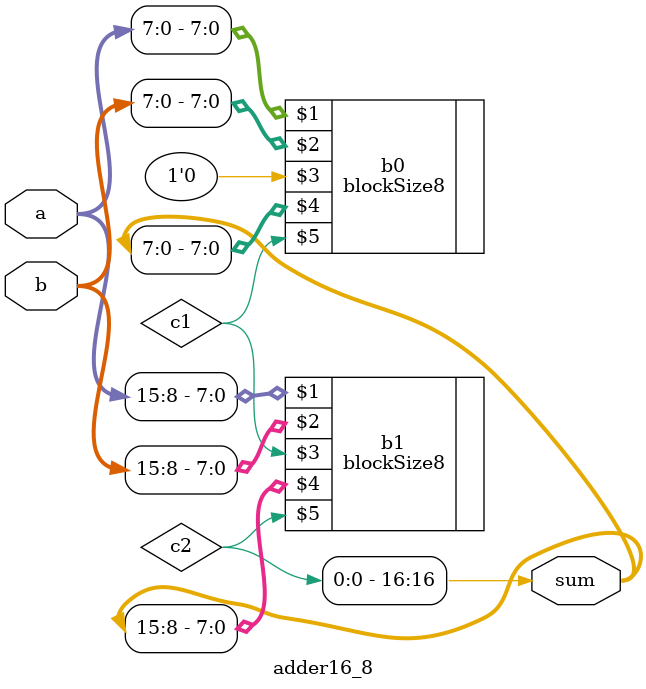
<source format=v>
module adder16_8(a,b,sum);
        input[15:0] a,b;
        output[16:0]sum;
        blockSize8 b0(a[7:0],b[7:0],1'b0,sum[7:0],c1);
	blockSize8 b1 (a[15:8],b[15:8],c1,sum[15:8],c2);
        assign sum[16] = c2;
endmodule


</source>
